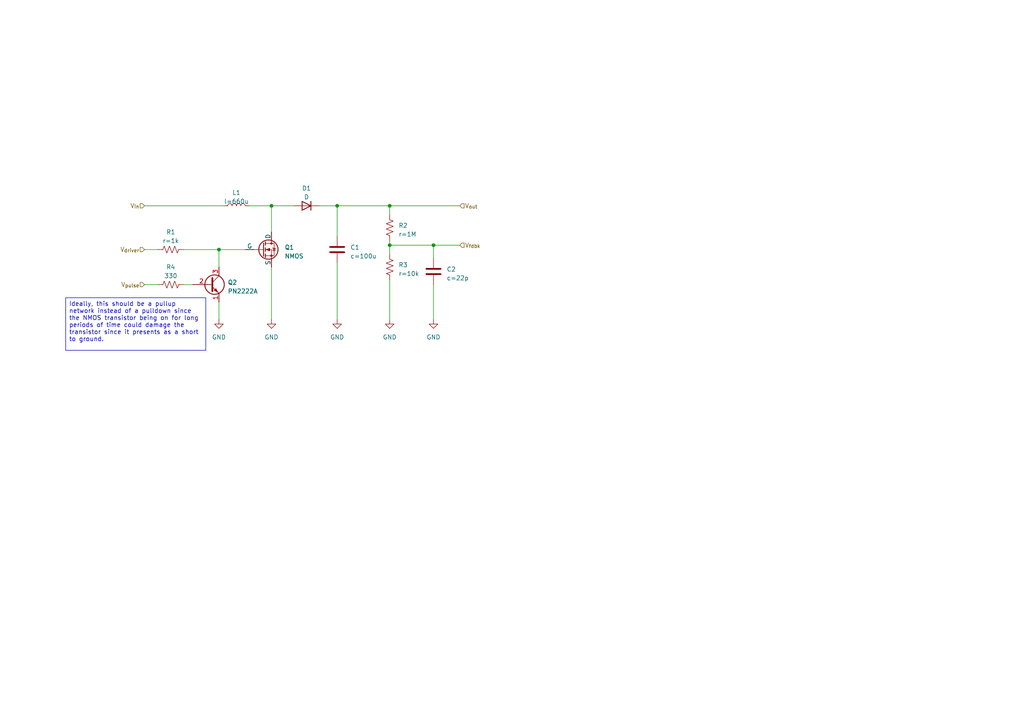
<source format=kicad_sch>
(kicad_sch (version 20230121) (generator eeschema)
  (paper "A4")
  (lib_symbols
    (symbol "Device:C" (pin_numbers hide) (pin_names (offset 0.254))
      (property "Reference" "C" (at 0.635 2.54 0))
      (property "Value" "C" (at 0.635 -2.54 0))
      (symbol "C_0_1"
        (polyline (pts (xy -2.032 -0.762) (xy 2.032 -0.762)) (stroke (width 0.508)))
        (polyline (pts (xy -2.032 0.762) (xy 2.032 0.762)) (stroke (width 0.508)))
      )
      (symbol "C_1_1"
        (pin passive line (at 0 3.81 270) (length 2.794) (name "~") (number "1"))
        (pin passive line (at 0 -3.81 90) (length 2.794) (name "~") (number "2"))
      )
    )
    (symbol "Device:D" (pin_numbers hide) (pin_names (offset 1.016) hide)
      (property "Reference" "D" (at 0 2.54 0))
      (property "Value" "D" (at 0 -2.54 0))
      (symbol "D_0_1"
        (polyline (pts (xy -1.27 1.27) (xy -1.27 -1.27)) (stroke (width 0.254)))
        (polyline (pts (xy 1.27 0) (xy -1.27 0)))
        (polyline (pts (xy 1.27 1.27) (xy 1.27 -1.27) (xy -1.27 0) (xy 1.27 1.27)) (stroke (width 0.254)))
      )
      (symbol "D_1_1"
        (pin passive line (at -3.81 0 0) (length 2.54) (name "K") (number "1"))
        (pin passive line (at 3.81 0 180) (length 2.54) (name "A") (number "2"))
      )
    )
    (symbol "Device:L" (pin_numbers hide) (pin_names (offset 1.016) hide)
      (property "Reference" "L" (at -1.27 0 90))
      (property "Value" "L" (at 1.905 0 90))
      (symbol "L_0_1"
        (arc (start 0 -2.54) (mid 0.6323 -1.905) (end 0 -1.27))
        (arc (start 0 -1.27) (mid 0.6323 -0.635) (end 0 0))
        (arc (start 0 0) (mid 0.6323 0.635) (end 0 1.27))
        (arc (start 0 1.27) (mid 0.6323 1.905) (end 0 2.54))
      )
      (symbol "L_1_1"
        (pin passive line (at 0 3.81 270) (length 1.27) (name "1") (number "1"))
        (pin passive line (at 0 -3.81 90) (length 1.27) (name "2") (number "2"))
      )
    )
    (symbol "Device:R_US" (pin_numbers hide) (pin_names (offset 0))
      (property "Reference" "R" (at 2.54 0 90))
      (property "Value" "R_US" (at -2.54 0 90))
      (symbol "R_US_0_1"
        (polyline (pts (xy 0 -2.286) (xy 0 -2.54)))
        (polyline (pts (xy 0 2.286) (xy 0 2.54)))
        (polyline (pts (xy 0 -0.762) (xy 1.016 -1.143) (xy 0 -1.524) (xy -1.016 -1.905) (xy 0 -2.286)))
        (polyline (pts (xy 0 0.762) (xy 1.016 0.381) (xy 0 0) (xy -1.016 -0.381) (xy 0 -0.762)))
        (polyline (pts (xy 0 2.286) (xy 1.016 1.905) (xy 0 1.524) (xy -1.016 1.143) (xy 0 0.762)))
      )
      (symbol "R_US_1_1"
        (pin passive line (at 0 3.81 270) (length 1.27) (name "~") (number "1"))
        (pin passive line (at 0 -3.81 90) (length 1.27) (name "~") (number "2"))
      )
    )
    (symbol "Simulation_SPICE:NMOS" (pin_numbers hide) (pin_names (offset 0))
      (property "Reference" "Q" (at 5.08 1.27 0))
      (property "Value" "NMOS" (at 5.08 -1.27 0))
      (symbol "NMOS_0_1"
        (polyline (pts (xy 0.254 0) (xy -2.54 0)))
        (polyline (pts (xy 0.254 1.905) (xy 0.254 -1.905)) (stroke (width 0.254)))
        (polyline (pts (xy 0.762 -1.27) (xy 0.762 -2.286)) (stroke (width 0.254)))
        (polyline (pts (xy 0.762 0.508) (xy 0.762 -0.508)) (stroke (width 0.254)))
        (polyline (pts (xy 0.762 2.286) (xy 0.762 1.27)) (stroke (width 0.254)))
        (polyline (pts (xy 2.54 2.54) (xy 2.54 1.778)))
        (polyline (pts (xy 2.54 -2.54) (xy 2.54 0) (xy 0.762 0)))
        (polyline (pts (xy 0.762 -1.778) (xy 3.302 -1.778) (xy 3.302 1.778) (xy 0.762 1.778)))
        (polyline (pts (xy 1.016 0) (xy 2.032 0.381) (xy 2.032 -0.381) (xy 1.016 0)) (fill (type outline)))
        (polyline (pts (xy 2.794 0.508) (xy 2.921 0.381) (xy 3.683 0.381) (xy 3.81 0.254)))
        (polyline (pts (xy 3.302 0.381) (xy 2.921 -0.254) (xy 3.683 -0.254) (xy 3.302 0.381)))
        (circle (center 1.651 0) (radius 2.794) (stroke (width 0.254)))
        (circle (center 2.54 -1.778) (radius 0.254) (fill (type outline)))
        (circle (center 2.54 1.778) (radius 0.254) (fill (type outline)))
      )
      (symbol "NMOS_1_1"
        (pin passive line (at 2.54 5.08 270) (length 2.54) (name "D") (number "1"))
        (pin input line (at -5.08 0 0) (length 2.54) (name "G") (number "2"))
        (pin passive line (at 2.54 -5.08 90) (length 2.54) (name "S") (number "3"))
      )
    )
    (symbol "Transistor_BJT:PN2222A" (pin_names (offset 0) hide)
      (property "Reference" "Q" (at 5.08 1.905 0))
      (property "Value" "PN2222A" (at 5.08 0 0))
      (symbol "PN2222A_0_1"
        (polyline (pts (xy 0 0) (xy 0.635 0)))
        (polyline (pts (xy 2.54 -2.54) (xy 0.635 -0.635)))
        (polyline (pts (xy 2.54 2.54) (xy 0.635 0.635)))
        (polyline (pts (xy 0.635 1.905) (xy 0.635 -1.905) (xy 0.635 -1.905)) (stroke (width 0.508)))
        (polyline (pts (xy 2.413 -2.413) (xy 1.905 -1.905) (xy 1.905 -1.905)))
        (polyline (pts (xy 1.143 -1.651) (xy 1.651 -1.143) (xy 2.159 -2.159) (xy 1.143 -1.651) (xy 1.143 -1.651)) (fill (type outline)))
        (circle (center 1.27 0) (radius 2.8194) (stroke (width 0.254)))
      )
      (symbol "PN2222A_1_1"
        (pin passive line (at 2.54 -5.08 90) (length 2.54) (name "E") (number "1"))
        (pin input line (at -5.08 0 0) (length 5.08) (name "B") (number "2"))
        (pin passive line (at 2.54 5.08 270) (length 2.54) (name "C") (number "3"))
      )
    )
    (symbol "power:GND" (power) (pin_names (offset 0))
      (property "Value" "GND" (at 0 -3.81 0))
      (symbol "GND_0_1"
        (polyline (pts (xy 0 0) (xy 0 -1.27) (xy 1.27 -1.27) (xy 0 -2.54) (xy -1.27 -1.27) (xy 0 -1.27)))
      )
      (symbol "GND_1_1"
        (pin power_in line (at 0 0 270) (length 0) hide (name "GND") (number "1"))
      )
    )
  )
  (junction (at 113.03 59.69))
  (junction (at 97.79 59.69))
  (junction (at 63.5 72.39))
  (junction (at 78.74 59.69))
  (junction (at 113.03 71.12))
  (junction (at 125.73 71.12))
  (wire (pts (xy 97.79 76.2) (xy 97.79 92.71)))
  (wire (pts (xy 113.03 71.12) (xy 125.73 71.12)))
  (wire (pts (xy 63.5 72.39) (xy 63.5 77.47)))
  (wire (pts (xy 125.73 71.12) (xy 125.73 74.93)))
  (wire (pts (xy 113.03 71.12) (xy 113.03 73.66)))
  (wire (pts (xy 41.91 59.69) (xy 64.77 59.69)))
  (wire (pts (xy 97.79 59.69) (xy 97.79 68.58)))
  (wire (pts (xy 72.39 59.69) (xy 78.74 59.69)))
  (wire (pts (xy 41.91 72.39) (xy 45.72 72.39)))
  (wire (pts (xy 125.73 71.12) (xy 133.35 71.12)))
  (wire (pts (xy 125.73 82.55) (xy 125.73 92.71)))
  (wire (pts (xy 63.5 72.39) (xy 71.12 72.39)))
  (wire (pts (xy 78.74 77.47) (xy 78.74 92.71)))
  (wire (pts (xy 53.34 82.55) (xy 55.88 82.55)))
  (wire (pts (xy 63.5 87.63) (xy 63.5 92.71)))
  (wire (pts (xy 97.79 59.69) (xy 113.03 59.69)))
  (wire (pts (xy 113.03 59.69) (xy 133.35 59.69)))
  (wire (pts (xy 92.71 59.69) (xy 97.79 59.69)))
  (wire (pts (xy 78.74 59.69) (xy 85.09 59.69)))
  (wire (pts (xy 113.03 59.69) (xy 113.03 62.23)))
  (wire (pts (xy 113.03 81.28) (xy 113.03 92.71)))
  (wire (pts (xy 41.91 82.55) (xy 45.72 82.55)))
  (wire (pts (xy 113.03 69.85) (xy 113.03 71.12)))
  (wire (pts (xy 53.34 72.39) (xy 63.5 72.39)))
  (wire (pts (xy 78.74 59.69) (xy 78.74 67.31)))
  (text_box "Ideally, this should be a pullup network instead of a pulldown since the NMOS transistor being on for long periods of time could damage the transistor since it presents as a short to ground." (at 19.05 86.36 0) (size 40.64 15.24) (effects (font (size 1.27 1.27)) (justify left top)))
  (hierarchical_label "V_{fdbk}" (shape input) (at 133.35 71.12 0))
  (hierarchical_label "V_{driver}" (shape input) (at 41.91 72.39 180))
  (hierarchical_label "V_{out}" (shape input) (at 133.35 59.69 0))
  (hierarchical_label "V_{in}" (shape input) (at 41.91 59.69 180))
  (hierarchical_label "V_{pulse}" (shape input) (at 41.91 82.55 180))
  (symbol (lib_id "Device:R_US") (at 49.53 72.39 90) (unit 1)
    (property "Reference" "R1" (at 49.53 67.31 90))
    (property "Value" "${SIM.PARAMS}" (at 49.53 69.85 90))
    (property "Sim.Device" "R" (effects hide))
    (property "Sim.Params" "r=1k" (effects hide))
    (property "Sim.Pins" "1=+ 2=-" (effects hide))
  )
  (symbol (lib_id "Device:R_US") (at 49.53 82.55 90) (unit 1)
    (property "Reference" "R4" (at 49.53 77.47 90))
    (property "Value" "330" (at 49.53 80.01 90))
    (property "Sim.Device" "R" (effects hide))
    (property "Sim.Params" "r=1k" (effects hide))
    (property "Sim.Pins" "1=+ 2=-" (effects hide))
  )
  (symbol (lib_id "Device:L") (at 68.58 59.69 90) (unit 1)
    (property "Reference" "L1" (at 68.58 55.88 90))
    (property "Value" "${SIM.PARAMS}" (at 68.58 58.42 90))
    (property "Sim.Device" "L" (effects hide))
    (property "Sim.Params" "l=660u" (effects hide))
    (property "Sim.Pins" "1=+ 2=-" (effects hide))
  )
  (symbol (lib_id "Device:C") (at 125.73 78.74 0) (unit 1)
    (property "Reference" "C2" (at 129.54 78.105 0) (effects (justify left)))
    (property "Value" "${SIM.PARAMS}" (at 129.54 80.645 0) (effects (justify left)))
    (property "Sim.Device" "C" (effects hide))
    (property "Sim.Params" "c=22p" (effects hide))
    (property "Sim.Pins" "1=+ 2=-" (effects hide))
  )
  (symbol (lib_id "Transistor_BJT:PN2222A") (at 60.96 82.55 0) (unit 1)
    (property "Reference" "Q2" (at 66.04 81.915 0) (effects (justify left)))
    (property "Value" "PN2222A" (at 66.04 84.455 0) (effects (justify left)))
    (property "Footprint" "Package_TO_SOT_THT:TO-92_Inline" (effects hide))
    (property "Datasheet" "https://www.onsemi.com/pub/Collateral/PN2222-D.PDF" (effects hide))
  )
  (symbol (lib_id "Device:C") (at 97.79 72.39 0) (unit 1)
    (property "Reference" "C1" (at 101.6 71.755 0) (effects (justify left)))
    (property "Value" "${SIM.PARAMS}" (at 101.6 74.295 0) (effects (justify left)))
    (property "Sim.Device" "C" (effects hide))
    (property "Sim.Params" "c=100u" (effects hide))
    (property "Sim.Pins" "1=+ 2=-" (effects hide))
  )
  (symbol (lib_id "power:GND") (at 78.74 92.71 0) (unit 1)
    (property "Reference" "#PWR01" (effects hide))
    (property "Value" "GND" (at 78.74 97.79 0))
  )
  (symbol (lib_id "Simulation_SPICE:NMOS") (at 76.2 72.39 0) (unit 1)
    (property "Reference" "Q1" (at 82.55 71.755 0) (effects (justify left)))
    (property "Value" "NMOS" (at 82.55 74.295 0) (effects (justify left)))
    (property "Datasheet" "https://ngspice.sourceforge.io/docs/ngspice-manual.pdf" (effects hide))
    (property "Sim.Device" "NMOS" (effects hide))
    (property "Sim.Type" "VDMOS" (effects hide))
    (property "Sim.Pins" "1=D 2=G 3=S" (effects hide))
  )
  (symbol (lib_id "power:GND") (at 63.5 92.71 0) (unit 1)
    (property "Reference" "#PWR05" (effects hide))
    (property "Value" "GND" (at 63.5 97.79 0))
  )
  (symbol (lib_id "power:GND") (at 113.03 92.71 0) (unit 1)
    (property "Reference" "#PWR03" (effects hide))
    (property "Value" "GND" (at 113.03 97.79 0))
  )
  (symbol (lib_id "power:GND") (at 97.79 92.71 0) (unit 1)
    (property "Reference" "#PWR02" (effects hide))
    (property "Value" "GND" (at 97.79 97.79 0))
  )
  (symbol (lib_id "Device:R_US") (at 113.03 77.47 0) (unit 1)
    (property "Reference" "R3" (at 115.57 76.835 0) (effects (justify left)))
    (property "Value" "${SIM.PARAMS}" (at 115.57 79.375 0) (effects (justify left)))
    (property "Sim.Device" "R" (effects hide))
    (property "Sim.Params" "r=10k" (effects hide))
    (property "Sim.Pins" "1=+ 2=-" (effects hide))
  )
  (symbol (lib_id "Device:R_US") (at 113.03 66.04 0) (unit 1)
    (property "Reference" "R2" (at 115.57 65.405 0) (effects (justify left)))
    (property "Value" "${SIM.PARAMS}" (at 115.57 67.945 0) (effects (justify left)))
    (property "Sim.Device" "R" (effects hide))
    (property "Sim.Params" "r=1M" (effects hide))
    (property "Sim.Pins" "1=+ 2=-" (effects hide))
  )
  (symbol (lib_id "power:GND") (at 125.73 92.71 0) (unit 1)
    (property "Reference" "#PWR04" (effects hide))
    (property "Value" "GND" (at 125.73 97.79 0))
  )
  (symbol (lib_id "Device:D") (at 88.9 59.69 180) (unit 1)
    (property "Reference" "D1" (at 88.9 54.61 0))
    (property "Value" "D" (at 88.9 57.15 0))
    (property "Sim.Device" "D" (effects hide))
    (property "Sim.Pins" "1=K 2=A" (effects hide))
  )
)
</source>
